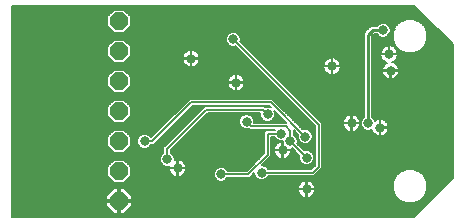
<source format=gbl>
G75*
G70*
%OFA0B0*%
%FSLAX24Y24*%
%IPPOS*%
%LPD*%
%AMOC8*
5,1,8,0,0,1.08239X$1,22.5*
%
%ADD10OC8,0.0594*%
%ADD11C,0.0060*%
%ADD12C,0.0320*%
%ADD13C,0.0100*%
D10*
X004030Y001550D03*
X004030Y002550D03*
X004030Y003550D03*
X004030Y004550D03*
X004030Y005550D03*
X004030Y006550D03*
X004030Y007550D03*
D11*
X000460Y001030D02*
X013855Y001030D01*
X015150Y002325D01*
X015150Y006775D01*
X013855Y008070D01*
X000460Y008070D01*
X000460Y001030D01*
X000460Y001040D02*
X013865Y001040D01*
X013924Y001098D02*
X000460Y001098D01*
X000460Y001157D02*
X003819Y001157D01*
X003853Y001123D02*
X003603Y001373D01*
X003603Y001520D01*
X004000Y001520D01*
X004000Y001580D01*
X004000Y001977D01*
X003853Y001977D01*
X003603Y001727D01*
X003603Y001580D01*
X004000Y001580D01*
X004060Y001580D01*
X004060Y001977D01*
X004207Y001977D01*
X004457Y001727D01*
X004457Y001580D01*
X004060Y001580D01*
X004060Y001520D01*
X004457Y001520D01*
X004457Y001373D01*
X004207Y001123D01*
X004060Y001123D01*
X004060Y001520D01*
X004000Y001520D01*
X004000Y001123D01*
X003853Y001123D01*
X003761Y001215D02*
X000460Y001215D01*
X000460Y001274D02*
X003702Y001274D01*
X003644Y001332D02*
X000460Y001332D01*
X000460Y001391D02*
X003603Y001391D01*
X003603Y001449D02*
X000460Y001449D01*
X000460Y001508D02*
X003603Y001508D01*
X003603Y001625D02*
X000460Y001625D01*
X000460Y001683D02*
X003603Y001683D01*
X003618Y001742D02*
X000460Y001742D01*
X000460Y001800D02*
X003677Y001800D01*
X003735Y001859D02*
X000460Y001859D01*
X000460Y001917D02*
X003794Y001917D01*
X003852Y001976D02*
X000460Y001976D01*
X000460Y002034D02*
X010001Y002034D01*
X010001Y002035D02*
X009990Y001979D01*
X009990Y001960D01*
X010270Y001960D01*
X010270Y002240D01*
X010251Y002240D01*
X010195Y002229D01*
X010143Y002207D01*
X010095Y002175D01*
X010055Y002135D01*
X010023Y002087D01*
X010001Y002035D01*
X009990Y001976D02*
X004208Y001976D01*
X004266Y001917D02*
X009991Y001917D01*
X009990Y001921D02*
X010001Y001865D01*
X010023Y001813D01*
X010055Y001765D01*
X010095Y001725D01*
X010143Y001693D01*
X010195Y001671D01*
X010251Y001660D01*
X010270Y001660D01*
X010270Y001940D01*
X010290Y001940D01*
X010290Y001960D01*
X010570Y001960D01*
X010570Y001979D01*
X010559Y002035D01*
X010537Y002087D01*
X010505Y002135D01*
X010465Y002175D01*
X010417Y002207D01*
X010365Y002229D01*
X010309Y002240D01*
X010290Y002240D01*
X010290Y001960D01*
X010270Y001960D01*
X010270Y001940D01*
X009990Y001940D01*
X009990Y001921D01*
X010004Y001859D02*
X004325Y001859D01*
X004383Y001800D02*
X010031Y001800D01*
X010078Y001742D02*
X004442Y001742D01*
X004457Y001683D02*
X010166Y001683D01*
X010270Y001683D02*
X010290Y001683D01*
X010290Y001660D02*
X010309Y001660D01*
X010365Y001671D01*
X010417Y001693D01*
X010465Y001725D01*
X010505Y001765D01*
X010537Y001813D01*
X010559Y001865D01*
X010570Y001921D01*
X010570Y001940D01*
X010290Y001940D01*
X010290Y001660D01*
X010290Y001742D02*
X010270Y001742D01*
X010270Y001800D02*
X010290Y001800D01*
X010290Y001859D02*
X010270Y001859D01*
X010270Y001917D02*
X010290Y001917D01*
X010290Y001976D02*
X010270Y001976D01*
X010270Y002034D02*
X010290Y002034D01*
X010290Y002093D02*
X010270Y002093D01*
X010270Y002151D02*
X010290Y002151D01*
X010290Y002210D02*
X010270Y002210D01*
X010150Y002210D02*
X007504Y002210D01*
X007480Y002200D02*
X007572Y002238D01*
X007642Y002308D01*
X007651Y002330D01*
X008380Y002330D01*
X008450Y002400D01*
X008530Y002480D01*
X008530Y002450D01*
X008568Y002358D01*
X008638Y002288D01*
X008730Y002250D01*
X008830Y002250D01*
X008922Y002288D01*
X008992Y002358D01*
X009001Y002380D01*
X010530Y002380D01*
X010600Y002450D01*
X010800Y002650D01*
X010800Y004150D01*
X010730Y004220D01*
X008071Y006879D01*
X008080Y006900D01*
X008080Y007000D01*
X008042Y007092D01*
X007972Y007162D01*
X007880Y007200D01*
X007780Y007200D01*
X007688Y007162D01*
X007618Y007092D01*
X007580Y007000D01*
X007580Y006900D01*
X007618Y006808D01*
X007688Y006738D01*
X007780Y006700D01*
X007880Y006700D01*
X007901Y006709D01*
X010560Y004050D01*
X010560Y002750D01*
X010430Y002620D01*
X009001Y002620D01*
X008992Y002642D01*
X008922Y002712D01*
X008830Y002750D01*
X008800Y002750D01*
X009100Y003050D01*
X009100Y003680D01*
X009209Y003680D01*
X009218Y003658D01*
X009288Y003588D01*
X009380Y003550D01*
X009480Y003550D01*
X009480Y003500D01*
X009490Y003476D01*
X009490Y003260D01*
X009770Y003260D01*
X009770Y003279D01*
X009766Y003300D01*
X009780Y003300D01*
X009801Y003309D01*
X010039Y003071D01*
X010030Y003050D01*
X010030Y002950D01*
X010068Y002858D01*
X010138Y002788D01*
X010230Y002750D01*
X010330Y002750D01*
X010422Y002788D01*
X010492Y002858D01*
X010530Y002950D01*
X010530Y003050D01*
X010492Y003142D01*
X010422Y003212D01*
X010330Y003250D01*
X010230Y003250D01*
X010209Y003241D01*
X009971Y003479D01*
X009980Y003500D01*
X009980Y003600D01*
X009942Y003692D01*
X009872Y003762D01*
X009850Y003771D01*
X009850Y003910D01*
X009989Y003771D01*
X009980Y003750D01*
X009980Y003650D01*
X010018Y003558D01*
X010088Y003488D01*
X010180Y003450D01*
X010280Y003450D01*
X010372Y003488D01*
X010442Y003558D01*
X010480Y003650D01*
X010480Y003750D01*
X010442Y003842D01*
X010372Y003912D01*
X010280Y003950D01*
X010180Y003950D01*
X010159Y003941D01*
X009130Y004970D01*
X006380Y004970D01*
X005095Y003685D01*
X005092Y003692D01*
X005022Y003762D01*
X004930Y003800D01*
X004830Y003800D01*
X004738Y003762D01*
X004668Y003692D01*
X004630Y003600D01*
X004630Y003500D01*
X004668Y003408D01*
X004738Y003338D01*
X004830Y003300D01*
X004930Y003300D01*
X005022Y003338D01*
X005092Y003408D01*
X005101Y003430D01*
X005180Y003430D01*
X005250Y003500D01*
X006480Y004730D01*
X009030Y004730D01*
X009082Y004678D01*
X009030Y004700D01*
X008930Y004700D01*
X008909Y004691D01*
X008880Y004720D01*
X006880Y004720D01*
X005580Y003420D01*
X005510Y003350D01*
X005510Y003171D01*
X005488Y003162D01*
X005418Y003092D01*
X005380Y003000D01*
X005380Y002900D01*
X005418Y002808D01*
X005488Y002738D01*
X005580Y002700D01*
X005680Y002700D01*
X005696Y002707D01*
X005690Y002679D01*
X005690Y002660D01*
X005970Y002660D01*
X005970Y002940D01*
X005951Y002940D01*
X005895Y002929D01*
X005880Y002922D01*
X005880Y003000D01*
X005842Y003092D01*
X005772Y003162D01*
X005750Y003171D01*
X005750Y003250D01*
X006980Y004480D01*
X008730Y004480D01*
X008730Y004400D01*
X008768Y004308D01*
X008838Y004238D01*
X008930Y004200D01*
X009030Y004200D01*
X009122Y004238D01*
X009192Y004308D01*
X009230Y004400D01*
X009230Y004500D01*
X009208Y004552D01*
X009590Y004170D01*
X008530Y004170D01*
X008530Y004250D01*
X008492Y004342D01*
X008422Y004412D01*
X008330Y004450D01*
X008230Y004450D01*
X008138Y004412D01*
X008068Y004342D01*
X008030Y004250D01*
X008030Y004150D01*
X008068Y004058D01*
X008138Y003988D01*
X008230Y003950D01*
X008330Y003950D01*
X008351Y003959D01*
X008380Y003930D01*
X009213Y003930D01*
X009209Y003920D01*
X008930Y003920D01*
X008860Y003850D01*
X008860Y003150D01*
X008280Y002570D01*
X007651Y002570D01*
X007642Y002592D01*
X007572Y002662D01*
X007480Y002700D01*
X007380Y002700D01*
X007288Y002662D01*
X007218Y002592D01*
X007180Y002500D01*
X007180Y002400D01*
X007218Y002308D01*
X007288Y002238D01*
X007380Y002200D01*
X007480Y002200D01*
X007356Y002210D02*
X004237Y002210D01*
X004190Y002163D02*
X004417Y002390D01*
X004417Y002710D01*
X004190Y002937D01*
X003870Y002937D01*
X003643Y002710D01*
X003643Y002390D01*
X003870Y002163D01*
X004190Y002163D01*
X004296Y002268D02*
X007258Y002268D01*
X007210Y002327D02*
X004354Y002327D01*
X004413Y002385D02*
X005861Y002385D01*
X005843Y002393D02*
X005895Y002371D01*
X005951Y002360D01*
X005970Y002360D01*
X005970Y002640D01*
X005990Y002640D01*
X005990Y002660D01*
X005970Y002660D01*
X005970Y002640D01*
X005690Y002640D01*
X005690Y002621D01*
X005701Y002565D01*
X005723Y002513D01*
X005755Y002465D01*
X005795Y002425D01*
X005843Y002393D01*
X005776Y002444D02*
X004417Y002444D01*
X004417Y002502D02*
X005730Y002502D01*
X005703Y002561D02*
X004417Y002561D01*
X004417Y002619D02*
X005690Y002619D01*
X005690Y002678D02*
X004417Y002678D01*
X004391Y002736D02*
X005492Y002736D01*
X005431Y002795D02*
X004332Y002795D01*
X004274Y002853D02*
X005399Y002853D01*
X005380Y002912D02*
X004215Y002912D01*
X003845Y002912D02*
X000460Y002912D01*
X000460Y002970D02*
X005380Y002970D01*
X005392Y003029D02*
X000460Y003029D01*
X000460Y003087D02*
X005416Y003087D01*
X005472Y003146D02*
X000460Y003146D01*
X000460Y003204D02*
X003828Y003204D01*
X003870Y003163D02*
X004190Y003163D01*
X004417Y003390D01*
X004417Y003710D01*
X004190Y003937D01*
X003870Y003937D01*
X003643Y003710D01*
X003643Y003390D01*
X003870Y003163D01*
X003770Y003263D02*
X000460Y003263D01*
X000460Y003321D02*
X003711Y003321D01*
X003653Y003380D02*
X000460Y003380D01*
X000460Y003438D02*
X003643Y003438D01*
X003643Y003497D02*
X000460Y003497D01*
X000460Y003555D02*
X003643Y003555D01*
X003643Y003614D02*
X000460Y003614D01*
X000460Y003672D02*
X003643Y003672D01*
X003664Y003731D02*
X000460Y003731D01*
X000460Y003789D02*
X003722Y003789D01*
X003781Y003848D02*
X000460Y003848D01*
X000460Y003906D02*
X003839Y003906D01*
X003870Y004163D02*
X004190Y004163D01*
X004417Y004390D01*
X004417Y004710D01*
X004190Y004937D01*
X003870Y004937D01*
X003643Y004710D01*
X003643Y004390D01*
X003870Y004163D01*
X003834Y004199D02*
X000460Y004199D01*
X000460Y004257D02*
X003775Y004257D01*
X003717Y004316D02*
X000460Y004316D01*
X000460Y004374D02*
X003658Y004374D01*
X003643Y004433D02*
X000460Y004433D01*
X000460Y004491D02*
X003643Y004491D01*
X003643Y004550D02*
X000460Y004550D01*
X000460Y004609D02*
X003643Y004609D01*
X003643Y004667D02*
X000460Y004667D01*
X000460Y004726D02*
X003658Y004726D01*
X003717Y004784D02*
X000460Y004784D01*
X000460Y004843D02*
X003775Y004843D01*
X003834Y004901D02*
X000460Y004901D01*
X000460Y004960D02*
X006370Y004960D01*
X006311Y004901D02*
X004226Y004901D01*
X004285Y004843D02*
X006253Y004843D01*
X006194Y004784D02*
X004343Y004784D01*
X004402Y004726D02*
X006136Y004726D01*
X006077Y004667D02*
X004417Y004667D01*
X004417Y004609D02*
X006019Y004609D01*
X005960Y004550D02*
X004417Y004550D01*
X004417Y004491D02*
X005902Y004491D01*
X005843Y004433D02*
X004417Y004433D01*
X004402Y004374D02*
X005785Y004374D01*
X005726Y004316D02*
X004343Y004316D01*
X004285Y004257D02*
X005668Y004257D01*
X005609Y004199D02*
X004226Y004199D01*
X004221Y003906D02*
X005317Y003906D01*
X005258Y003848D02*
X004279Y003848D01*
X004338Y003789D02*
X004805Y003789D01*
X004707Y003731D02*
X004396Y003731D01*
X004417Y003672D02*
X004660Y003672D01*
X004636Y003614D02*
X004417Y003614D01*
X004417Y003555D02*
X004630Y003555D01*
X004631Y003497D02*
X004417Y003497D01*
X004417Y003438D02*
X004656Y003438D01*
X004696Y003380D02*
X004407Y003380D01*
X004349Y003321D02*
X004778Y003321D01*
X004982Y003321D02*
X005510Y003321D01*
X005510Y003263D02*
X004290Y003263D01*
X004232Y003204D02*
X005510Y003204D01*
X005630Y003300D02*
X005630Y002950D01*
X005868Y003029D02*
X008739Y003029D01*
X008681Y002970D02*
X005880Y002970D01*
X005970Y002912D02*
X005990Y002912D01*
X005990Y002940D02*
X005990Y002660D01*
X006270Y002660D01*
X006270Y002679D01*
X006259Y002735D01*
X006237Y002787D01*
X006205Y002835D01*
X006165Y002875D01*
X006117Y002907D01*
X006065Y002929D01*
X006009Y002940D01*
X005990Y002940D01*
X005990Y002853D02*
X005970Y002853D01*
X005970Y002795D02*
X005990Y002795D01*
X005990Y002736D02*
X005970Y002736D01*
X005970Y002678D02*
X005990Y002678D01*
X005990Y002640D02*
X006270Y002640D01*
X006270Y002621D01*
X006259Y002565D01*
X006237Y002513D01*
X006205Y002465D01*
X006165Y002425D01*
X006117Y002393D01*
X006065Y002371D01*
X006009Y002360D01*
X005990Y002360D01*
X005990Y002640D01*
X005990Y002619D02*
X005970Y002619D01*
X005970Y002561D02*
X005990Y002561D01*
X005990Y002502D02*
X005970Y002502D01*
X005970Y002444D02*
X005990Y002444D01*
X005990Y002385D02*
X005970Y002385D01*
X006099Y002385D02*
X007186Y002385D01*
X007180Y002444D02*
X006184Y002444D01*
X006230Y002502D02*
X007181Y002502D01*
X007205Y002561D02*
X006257Y002561D01*
X006270Y002619D02*
X007246Y002619D01*
X007327Y002678D02*
X006270Y002678D01*
X006258Y002736D02*
X008447Y002736D01*
X008388Y002678D02*
X007533Y002678D01*
X007614Y002619D02*
X008330Y002619D01*
X008505Y002795D02*
X006232Y002795D01*
X006187Y002853D02*
X008564Y002853D01*
X008622Y002912D02*
X006105Y002912D01*
X005844Y003087D02*
X008798Y003087D01*
X008856Y003146D02*
X005788Y003146D01*
X005750Y003204D02*
X008860Y003204D01*
X008860Y003263D02*
X005763Y003263D01*
X005821Y003321D02*
X008860Y003321D01*
X008860Y003380D02*
X005880Y003380D01*
X005938Y003438D02*
X008860Y003438D01*
X008860Y003497D02*
X005997Y003497D01*
X006055Y003555D02*
X008860Y003555D01*
X008860Y003614D02*
X006114Y003614D01*
X006172Y003672D02*
X008860Y003672D01*
X008860Y003731D02*
X006231Y003731D01*
X006289Y003789D02*
X008860Y003789D01*
X008860Y003848D02*
X006348Y003848D01*
X006406Y003906D02*
X008917Y003906D01*
X008980Y003800D02*
X008980Y003100D01*
X008330Y002450D01*
X007430Y002450D01*
X007602Y002268D02*
X008686Y002268D01*
X008599Y002327D02*
X007650Y002327D01*
X008435Y002385D02*
X008557Y002385D01*
X008533Y002444D02*
X008494Y002444D01*
X008780Y002500D02*
X010480Y002500D01*
X010680Y002700D01*
X010680Y004100D01*
X007830Y006950D01*
X008080Y006949D02*
X012190Y006949D01*
X012190Y007007D02*
X008077Y007007D01*
X008053Y007066D02*
X012190Y007066D01*
X012190Y007124D02*
X008010Y007124D01*
X007922Y007183D02*
X012215Y007183D01*
X012190Y007158D02*
X012190Y004363D01*
X012188Y004362D01*
X012118Y004292D01*
X012080Y004200D01*
X012080Y004100D01*
X012118Y004008D01*
X012188Y003938D01*
X012280Y003900D01*
X012380Y003900D01*
X012449Y003929D01*
X012451Y003915D01*
X012473Y003863D01*
X012505Y003815D01*
X012545Y003775D01*
X012593Y003743D01*
X012645Y003721D01*
X012701Y003710D01*
X012720Y003710D01*
X012720Y003990D01*
X012740Y003990D01*
X012740Y004010D01*
X013020Y004010D01*
X013020Y004029D01*
X013009Y004085D01*
X012987Y004137D01*
X012955Y004185D01*
X012915Y004225D01*
X012867Y004257D01*
X012815Y004279D01*
X012759Y004290D01*
X012740Y004290D01*
X012740Y004010D01*
X012720Y004010D01*
X012720Y004290D01*
X012701Y004290D01*
X012645Y004279D01*
X012593Y004257D01*
X012564Y004238D01*
X012542Y004292D01*
X012472Y004362D01*
X012470Y004363D01*
X012470Y007042D01*
X012538Y007110D01*
X012617Y007110D01*
X012618Y007108D01*
X012688Y007038D01*
X012780Y007000D01*
X012880Y007000D01*
X012972Y007038D01*
X013042Y007108D01*
X013080Y007200D01*
X013080Y007300D01*
X013042Y007392D01*
X012972Y007462D01*
X012880Y007500D01*
X012780Y007500D01*
X012688Y007462D01*
X012618Y007392D01*
X012617Y007390D01*
X012422Y007390D01*
X012272Y007240D01*
X012190Y007158D01*
X012273Y007241D02*
X004268Y007241D01*
X004210Y007183D02*
X007738Y007183D01*
X007650Y007124D02*
X000460Y007124D01*
X000460Y007066D02*
X007607Y007066D01*
X007583Y007007D02*
X000460Y007007D01*
X000460Y006949D02*
X007580Y006949D01*
X007584Y006890D02*
X004237Y006890D01*
X004190Y006937D02*
X003870Y006937D01*
X003643Y006710D01*
X003643Y006390D01*
X003870Y006163D01*
X004190Y006163D01*
X004417Y006390D01*
X004417Y006710D01*
X004190Y006937D01*
X004296Y006832D02*
X007608Y006832D01*
X007653Y006773D02*
X004354Y006773D01*
X004413Y006715D02*
X007745Y006715D01*
X007954Y006656D02*
X004417Y006656D01*
X004417Y006598D02*
X008013Y006598D01*
X008071Y006539D02*
X006594Y006539D01*
X006615Y006525D02*
X006567Y006557D01*
X006515Y006579D01*
X006459Y006590D01*
X006440Y006590D01*
X006440Y006310D01*
X006720Y006310D01*
X006720Y006329D01*
X006709Y006385D01*
X006687Y006437D01*
X006655Y006485D01*
X006615Y006525D01*
X006658Y006481D02*
X008130Y006481D01*
X008188Y006422D02*
X006693Y006422D01*
X006713Y006364D02*
X008247Y006364D01*
X008305Y006305D02*
X006440Y006305D01*
X006440Y006310D02*
X006440Y006290D01*
X006720Y006290D01*
X006720Y006271D01*
X006709Y006215D01*
X006687Y006163D01*
X006655Y006115D01*
X006615Y006075D01*
X006567Y006043D01*
X006515Y006021D01*
X006459Y006010D01*
X006440Y006010D01*
X006440Y006290D01*
X006420Y006290D01*
X006420Y006010D01*
X006401Y006010D01*
X006345Y006021D01*
X006293Y006043D01*
X006245Y006075D01*
X006205Y006115D01*
X006173Y006163D01*
X006151Y006215D01*
X006140Y006271D01*
X006140Y006290D01*
X006420Y006290D01*
X006420Y006310D01*
X006420Y006590D01*
X006401Y006590D01*
X006345Y006579D01*
X006293Y006557D01*
X006245Y006525D01*
X006205Y006485D01*
X006173Y006437D01*
X006151Y006385D01*
X006140Y006329D01*
X006140Y006310D01*
X006420Y006310D01*
X006440Y006310D01*
X006420Y006305D02*
X004332Y006305D01*
X004274Y006247D02*
X006145Y006247D01*
X006162Y006188D02*
X004215Y006188D01*
X004391Y006364D02*
X006147Y006364D01*
X006167Y006422D02*
X004417Y006422D01*
X004417Y006481D02*
X006202Y006481D01*
X006266Y006539D02*
X004417Y006539D01*
X003845Y006188D02*
X000460Y006188D01*
X000460Y006130D02*
X006195Y006130D01*
X006251Y006071D02*
X000460Y006071D01*
X000460Y006013D02*
X006389Y006013D01*
X006420Y006013D02*
X006440Y006013D01*
X006471Y006013D02*
X008598Y006013D01*
X008539Y006071D02*
X006609Y006071D01*
X006665Y006130D02*
X008481Y006130D01*
X008422Y006188D02*
X006698Y006188D01*
X006715Y006247D02*
X008364Y006247D01*
X008586Y006364D02*
X012190Y006364D01*
X012190Y006422D02*
X008528Y006422D01*
X008469Y006481D02*
X012190Y006481D01*
X012190Y006539D02*
X008411Y006539D01*
X008352Y006598D02*
X012190Y006598D01*
X012190Y006656D02*
X008294Y006656D01*
X008235Y006715D02*
X012190Y006715D01*
X012190Y006773D02*
X008177Y006773D01*
X008118Y006832D02*
X012190Y006832D01*
X012190Y006890D02*
X008076Y006890D01*
X008645Y006305D02*
X010990Y006305D01*
X010993Y006307D02*
X010945Y006275D01*
X010905Y006235D01*
X010873Y006187D01*
X010851Y006135D01*
X010840Y006079D01*
X010840Y006060D01*
X011120Y006060D01*
X011120Y006340D01*
X011101Y006340D01*
X011045Y006329D01*
X010993Y006307D01*
X010916Y006247D02*
X008703Y006247D01*
X008762Y006188D02*
X010873Y006188D01*
X010850Y006130D02*
X008820Y006130D01*
X008879Y006071D02*
X010840Y006071D01*
X010840Y006040D02*
X010840Y006021D01*
X010851Y005965D01*
X010873Y005913D01*
X010905Y005865D01*
X010945Y005825D01*
X010993Y005793D01*
X011045Y005771D01*
X011101Y005760D01*
X011120Y005760D01*
X011120Y006040D01*
X011140Y006040D01*
X011140Y006060D01*
X011420Y006060D01*
X011420Y006079D01*
X011409Y006135D01*
X011387Y006187D01*
X011355Y006235D01*
X011315Y006275D01*
X011267Y006307D01*
X011215Y006329D01*
X011159Y006340D01*
X011140Y006340D01*
X011140Y006060D01*
X011120Y006060D01*
X011120Y006040D01*
X010840Y006040D01*
X010842Y006013D02*
X008937Y006013D01*
X008996Y005954D02*
X010856Y005954D01*
X010884Y005896D02*
X009054Y005896D01*
X009113Y005837D02*
X010933Y005837D01*
X011028Y005779D02*
X009171Y005779D01*
X009230Y005720D02*
X012190Y005720D01*
X012190Y005662D02*
X009288Y005662D01*
X009347Y005603D02*
X012190Y005603D01*
X012190Y005545D02*
X009405Y005545D01*
X009464Y005486D02*
X012190Y005486D01*
X012190Y005428D02*
X009522Y005428D01*
X009581Y005369D02*
X012190Y005369D01*
X012190Y005311D02*
X009639Y005311D01*
X009698Y005252D02*
X012190Y005252D01*
X012190Y005194D02*
X009756Y005194D01*
X009815Y005135D02*
X012190Y005135D01*
X012190Y005077D02*
X009873Y005077D01*
X009932Y005018D02*
X012190Y005018D01*
X012190Y004960D02*
X009990Y004960D01*
X010049Y004901D02*
X012190Y004901D01*
X012190Y004843D02*
X010107Y004843D01*
X010166Y004784D02*
X012190Y004784D01*
X012190Y004726D02*
X010224Y004726D01*
X010283Y004667D02*
X012190Y004667D01*
X012190Y004609D02*
X010341Y004609D01*
X010400Y004550D02*
X012190Y004550D01*
X012190Y004491D02*
X010458Y004491D01*
X010517Y004433D02*
X011716Y004433D01*
X011695Y004429D02*
X011643Y004407D01*
X011595Y004375D01*
X011555Y004335D01*
X011523Y004287D01*
X011501Y004235D01*
X011490Y004179D01*
X011490Y004160D01*
X011770Y004160D01*
X011770Y004440D01*
X011751Y004440D01*
X011695Y004429D01*
X011770Y004433D02*
X011790Y004433D01*
X011790Y004440D02*
X011809Y004440D01*
X011865Y004429D01*
X011917Y004407D01*
X011965Y004375D01*
X012005Y004335D01*
X012037Y004287D01*
X012059Y004235D01*
X012070Y004179D01*
X012070Y004160D01*
X011790Y004160D01*
X011790Y004140D01*
X012070Y004140D01*
X012070Y004121D01*
X012059Y004065D01*
X012037Y004013D01*
X012005Y003965D01*
X012161Y003965D01*
X012112Y004023D02*
X012041Y004023D01*
X012062Y004082D02*
X012088Y004082D01*
X012080Y004140D02*
X011790Y004140D01*
X011790Y003860D01*
X011809Y003860D01*
X011865Y003871D01*
X011917Y003893D01*
X011965Y003925D01*
X012005Y003965D01*
X011938Y003906D02*
X012265Y003906D01*
X012395Y003906D02*
X012455Y003906D01*
X012483Y003848D02*
X010800Y003848D01*
X010800Y003906D02*
X011622Y003906D01*
X011643Y003893D02*
X011595Y003925D01*
X011555Y003965D01*
X010800Y003965D01*
X010800Y004023D02*
X011519Y004023D01*
X011523Y004013D02*
X011555Y003965D01*
X011523Y004013D02*
X011501Y004065D01*
X011490Y004121D01*
X011490Y004140D01*
X011770Y004140D01*
X011790Y004140D01*
X011770Y004140D02*
X011770Y003860D01*
X011751Y003860D01*
X011695Y003871D01*
X011643Y003893D01*
X011770Y003906D02*
X011790Y003906D01*
X011790Y003965D02*
X011770Y003965D01*
X011770Y004023D02*
X011790Y004023D01*
X011790Y004082D02*
X011770Y004082D01*
X011770Y004140D02*
X011770Y004160D01*
X011790Y004160D01*
X011790Y004440D01*
X011844Y004433D02*
X012190Y004433D01*
X012190Y004374D02*
X011966Y004374D01*
X012018Y004316D02*
X012142Y004316D01*
X012104Y004257D02*
X012049Y004257D01*
X012066Y004199D02*
X012080Y004199D01*
X011790Y004199D02*
X011770Y004199D01*
X011770Y004257D02*
X011790Y004257D01*
X011790Y004316D02*
X011770Y004316D01*
X011770Y004374D02*
X011790Y004374D01*
X011594Y004374D02*
X010575Y004374D01*
X010634Y004316D02*
X011542Y004316D01*
X011511Y004257D02*
X010692Y004257D01*
X010751Y004199D02*
X011494Y004199D01*
X011498Y004082D02*
X010800Y004082D01*
X010800Y004140D02*
X011770Y004140D01*
X012470Y004374D02*
X015150Y004374D01*
X015150Y004316D02*
X012518Y004316D01*
X012556Y004257D02*
X012594Y004257D01*
X012720Y004257D02*
X012740Y004257D01*
X012740Y004199D02*
X012720Y004199D01*
X012720Y004140D02*
X012740Y004140D01*
X012740Y004082D02*
X012720Y004082D01*
X012720Y004023D02*
X012740Y004023D01*
X012740Y003990D02*
X013020Y003990D01*
X013020Y003971D01*
X013009Y003915D01*
X012987Y003863D01*
X012955Y003815D01*
X012915Y003775D01*
X012867Y003743D01*
X012815Y003721D01*
X012759Y003710D01*
X012740Y003710D01*
X012740Y003990D01*
X012740Y003965D02*
X012720Y003965D01*
X012720Y003906D02*
X012740Y003906D01*
X012740Y003848D02*
X012720Y003848D01*
X012720Y003789D02*
X012740Y003789D01*
X012740Y003731D02*
X012720Y003731D01*
X012622Y003731D02*
X010800Y003731D01*
X010800Y003789D02*
X012530Y003789D01*
X012838Y003731D02*
X015150Y003731D01*
X015150Y003789D02*
X012930Y003789D01*
X012977Y003848D02*
X015150Y003848D01*
X015150Y003906D02*
X013005Y003906D01*
X013019Y003965D02*
X015150Y003965D01*
X015150Y004023D02*
X013020Y004023D01*
X013009Y004082D02*
X015150Y004082D01*
X015150Y004140D02*
X012985Y004140D01*
X012941Y004199D02*
X015150Y004199D01*
X015150Y004257D02*
X012866Y004257D01*
X012470Y004433D02*
X015150Y004433D01*
X015150Y004491D02*
X012470Y004491D01*
X012470Y004550D02*
X015150Y004550D01*
X015150Y004609D02*
X012470Y004609D01*
X012470Y004667D02*
X015150Y004667D01*
X015150Y004726D02*
X012470Y004726D01*
X012470Y004784D02*
X015150Y004784D01*
X015150Y004843D02*
X012470Y004843D01*
X012470Y004901D02*
X015150Y004901D01*
X015150Y004960D02*
X012470Y004960D01*
X012470Y005018D02*
X015150Y005018D01*
X015150Y005077D02*
X012470Y005077D01*
X012470Y005135D02*
X015150Y005135D01*
X015150Y005194D02*
X012470Y005194D01*
X012470Y005252D02*
X015150Y005252D01*
X015150Y005311D02*
X012470Y005311D01*
X012470Y005369D02*
X015150Y005369D01*
X015150Y005428D02*
X012470Y005428D01*
X012470Y005486D02*
X015150Y005486D01*
X015150Y005545D02*
X012470Y005545D01*
X012470Y005603D02*
X015150Y005603D01*
X015150Y005662D02*
X013245Y005662D01*
X013265Y005675D02*
X013305Y005715D01*
X013337Y005763D01*
X013359Y005815D01*
X013370Y005871D01*
X013370Y005890D01*
X013090Y005890D01*
X013090Y005910D01*
X013370Y005910D01*
X013370Y005929D01*
X013359Y005985D01*
X013337Y006037D01*
X013305Y006085D01*
X013265Y006125D01*
X013217Y006157D01*
X013165Y006179D01*
X013143Y006183D01*
X013167Y006193D01*
X013215Y006225D01*
X013255Y006265D01*
X013287Y006313D01*
X013309Y006365D01*
X013320Y006421D01*
X013320Y006440D01*
X013040Y006440D01*
X013040Y006460D01*
X013020Y006460D01*
X013020Y006740D01*
X013001Y006740D01*
X012945Y006729D01*
X012893Y006707D01*
X012845Y006675D01*
X012805Y006635D01*
X012773Y006587D01*
X012751Y006535D01*
X012740Y006479D01*
X012740Y006460D01*
X013020Y006460D01*
X013020Y006440D01*
X012740Y006440D01*
X012740Y006421D01*
X012751Y006365D01*
X012773Y006313D01*
X012805Y006265D01*
X012845Y006225D01*
X012893Y006193D01*
X012945Y006171D01*
X012967Y006167D01*
X012943Y006157D01*
X012895Y006125D01*
X012855Y006085D01*
X012823Y006037D01*
X012801Y005985D01*
X012790Y005929D01*
X012790Y005910D01*
X013070Y005910D01*
X013070Y005890D01*
X012790Y005890D01*
X012790Y005871D01*
X012801Y005815D01*
X012823Y005763D01*
X012855Y005715D01*
X012895Y005675D01*
X012943Y005643D01*
X012995Y005621D01*
X013051Y005610D01*
X013070Y005610D01*
X013070Y005890D01*
X013090Y005890D01*
X013090Y005610D01*
X013109Y005610D01*
X013165Y005621D01*
X013217Y005643D01*
X013265Y005675D01*
X013309Y005720D02*
X015150Y005720D01*
X015150Y005779D02*
X013344Y005779D01*
X013363Y005837D02*
X015150Y005837D01*
X015150Y005896D02*
X013090Y005896D01*
X013070Y005896D02*
X012470Y005896D01*
X012470Y005954D02*
X012795Y005954D01*
X012813Y006013D02*
X012470Y006013D01*
X012470Y006071D02*
X012845Y006071D01*
X012901Y006130D02*
X012470Y006130D01*
X012470Y006188D02*
X012905Y006188D01*
X012823Y006247D02*
X012470Y006247D01*
X012470Y006305D02*
X012778Y006305D01*
X012752Y006364D02*
X012470Y006364D01*
X012470Y006422D02*
X012740Y006422D01*
X012740Y006481D02*
X012470Y006481D01*
X012470Y006539D02*
X012753Y006539D01*
X012780Y006598D02*
X012470Y006598D01*
X012470Y006656D02*
X012826Y006656D01*
X012911Y006715D02*
X012470Y006715D01*
X012470Y006773D02*
X013224Y006773D01*
X013244Y006725D02*
X013405Y006564D01*
X013616Y006476D01*
X013844Y006476D01*
X014055Y006564D01*
X014216Y006725D01*
X014304Y006936D01*
X014304Y007164D01*
X014216Y007375D01*
X014055Y007536D01*
X013844Y007624D01*
X013616Y007624D01*
X013405Y007536D01*
X013244Y007375D01*
X013156Y007164D01*
X013156Y006936D01*
X013244Y006725D01*
X013254Y006715D02*
X013149Y006715D01*
X013167Y006707D02*
X013115Y006729D01*
X013059Y006740D01*
X013040Y006740D01*
X013040Y006460D01*
X013320Y006460D01*
X013320Y006479D01*
X013309Y006535D01*
X013287Y006587D01*
X013255Y006635D01*
X013215Y006675D01*
X013167Y006707D01*
X013234Y006656D02*
X013313Y006656D01*
X013280Y006598D02*
X013371Y006598D01*
X013307Y006539D02*
X013464Y006539D01*
X013606Y006481D02*
X013320Y006481D01*
X013320Y006422D02*
X015150Y006422D01*
X015150Y006364D02*
X013308Y006364D01*
X013282Y006305D02*
X015150Y006305D01*
X015150Y006247D02*
X013237Y006247D01*
X013155Y006188D02*
X015150Y006188D01*
X015150Y006130D02*
X013259Y006130D01*
X013315Y006071D02*
X015150Y006071D01*
X015150Y006013D02*
X013347Y006013D01*
X013365Y005954D02*
X015150Y005954D01*
X015150Y006481D02*
X013854Y006481D01*
X013996Y006539D02*
X015150Y006539D01*
X015150Y006598D02*
X014089Y006598D01*
X014147Y006656D02*
X015150Y006656D01*
X015150Y006715D02*
X014206Y006715D01*
X014236Y006773D02*
X015150Y006773D01*
X015094Y006832D02*
X014260Y006832D01*
X014285Y006890D02*
X015035Y006890D01*
X014977Y006949D02*
X014304Y006949D01*
X014304Y007007D02*
X014918Y007007D01*
X014860Y007066D02*
X014304Y007066D01*
X014304Y007124D02*
X014801Y007124D01*
X014743Y007183D02*
X014296Y007183D01*
X014272Y007241D02*
X014684Y007241D01*
X014626Y007300D02*
X014248Y007300D01*
X014223Y007358D02*
X014567Y007358D01*
X014509Y007417D02*
X014175Y007417D01*
X014116Y007475D02*
X014450Y007475D01*
X014392Y007534D02*
X014058Y007534D01*
X013921Y007592D02*
X014333Y007592D01*
X014275Y007651D02*
X004417Y007651D01*
X004417Y007709D02*
X014216Y007709D01*
X014158Y007768D02*
X004360Y007768D01*
X004417Y007710D02*
X004190Y007937D01*
X003870Y007937D01*
X003643Y007710D01*
X003643Y007390D01*
X003870Y007163D01*
X004190Y007163D01*
X004417Y007390D01*
X004417Y007710D01*
X004417Y007592D02*
X013539Y007592D01*
X013402Y007534D02*
X004417Y007534D01*
X004417Y007475D02*
X012720Y007475D01*
X012643Y007417D02*
X004417Y007417D01*
X004385Y007358D02*
X012390Y007358D01*
X012332Y007300D02*
X004327Y007300D01*
X003850Y007183D02*
X000460Y007183D01*
X000460Y007241D02*
X003792Y007241D01*
X003733Y007300D02*
X000460Y007300D01*
X000460Y007358D02*
X003675Y007358D01*
X003643Y007417D02*
X000460Y007417D01*
X000460Y007475D02*
X003643Y007475D01*
X003643Y007534D02*
X000460Y007534D01*
X000460Y007592D02*
X003643Y007592D01*
X003643Y007651D02*
X000460Y007651D01*
X000460Y007709D02*
X003643Y007709D01*
X003700Y007768D02*
X000460Y007768D01*
X000460Y007826D02*
X003759Y007826D01*
X003817Y007885D02*
X000460Y007885D01*
X000460Y007943D02*
X013982Y007943D01*
X013924Y008002D02*
X000460Y008002D01*
X000460Y008060D02*
X013865Y008060D01*
X014041Y007885D02*
X004243Y007885D01*
X004301Y007826D02*
X014099Y007826D01*
X013344Y007475D02*
X012940Y007475D01*
X013017Y007417D02*
X013285Y007417D01*
X013237Y007358D02*
X013056Y007358D01*
X013080Y007300D02*
X013212Y007300D01*
X013188Y007241D02*
X013080Y007241D01*
X013073Y007183D02*
X013164Y007183D01*
X013156Y007124D02*
X013048Y007124D01*
X012999Y007066D02*
X013156Y007066D01*
X013156Y007007D02*
X012897Y007007D01*
X012763Y007007D02*
X012470Y007007D01*
X012470Y006949D02*
X013156Y006949D01*
X013175Y006890D02*
X012470Y006890D01*
X012470Y006832D02*
X013200Y006832D01*
X013040Y006715D02*
X013020Y006715D01*
X013020Y006656D02*
X013040Y006656D01*
X013040Y006598D02*
X013020Y006598D01*
X013020Y006539D02*
X013040Y006539D01*
X013040Y006481D02*
X013020Y006481D01*
X012190Y006305D02*
X011270Y006305D01*
X011344Y006247D02*
X012190Y006247D01*
X012190Y006188D02*
X011387Y006188D01*
X011410Y006130D02*
X012190Y006130D01*
X012190Y006071D02*
X011420Y006071D01*
X011420Y006040D02*
X011140Y006040D01*
X011140Y005760D01*
X011159Y005760D01*
X011215Y005771D01*
X011267Y005793D01*
X011315Y005825D01*
X011355Y005865D01*
X011387Y005913D01*
X011409Y005965D01*
X011420Y006021D01*
X011420Y006040D01*
X011418Y006013D02*
X012190Y006013D01*
X012190Y005954D02*
X011404Y005954D01*
X011376Y005896D02*
X012190Y005896D01*
X012190Y005837D02*
X011327Y005837D01*
X011232Y005779D02*
X012190Y005779D01*
X012470Y005779D02*
X012816Y005779D01*
X012797Y005837D02*
X012470Y005837D01*
X012470Y005720D02*
X012851Y005720D01*
X012915Y005662D02*
X012470Y005662D01*
X013070Y005662D02*
X013090Y005662D01*
X013090Y005720D02*
X013070Y005720D01*
X013070Y005779D02*
X013090Y005779D01*
X013090Y005837D02*
X013070Y005837D01*
X011140Y005837D02*
X011120Y005837D01*
X011120Y005779D02*
X011140Y005779D01*
X011140Y005896D02*
X011120Y005896D01*
X011120Y005954D02*
X011140Y005954D01*
X011140Y006013D02*
X011120Y006013D01*
X011120Y006071D02*
X011140Y006071D01*
X011140Y006130D02*
X011120Y006130D01*
X011120Y006188D02*
X011140Y006188D01*
X011140Y006247D02*
X011120Y006247D01*
X011120Y006305D02*
X011140Y006305D01*
X012494Y007066D02*
X012661Y007066D01*
X009534Y005077D02*
X000460Y005077D01*
X000460Y005135D02*
X009475Y005135D01*
X009417Y005194D02*
X004221Y005194D01*
X004190Y005163D02*
X004417Y005390D01*
X004417Y005710D01*
X004190Y005937D01*
X003870Y005937D01*
X003643Y005710D01*
X003643Y005390D01*
X003870Y005163D01*
X004190Y005163D01*
X004279Y005252D02*
X007779Y005252D01*
X007793Y005243D02*
X007845Y005221D01*
X007901Y005210D01*
X007920Y005210D01*
X007920Y005490D01*
X007940Y005490D01*
X007940Y005510D01*
X008220Y005510D01*
X008220Y005529D01*
X008209Y005585D01*
X008187Y005637D01*
X008155Y005685D01*
X008115Y005725D01*
X008067Y005757D01*
X008015Y005779D01*
X007959Y005790D01*
X007940Y005790D01*
X007940Y005510D01*
X007920Y005510D01*
X007920Y005790D01*
X007901Y005790D01*
X007845Y005779D01*
X007793Y005757D01*
X007745Y005725D01*
X007705Y005685D01*
X007673Y005637D01*
X007651Y005585D01*
X007640Y005529D01*
X007640Y005510D01*
X007920Y005510D01*
X007920Y005490D01*
X007640Y005490D01*
X007640Y005471D01*
X007651Y005415D01*
X007673Y005363D01*
X007705Y005315D01*
X007745Y005275D01*
X007793Y005243D01*
X007709Y005311D02*
X004338Y005311D01*
X004396Y005369D02*
X007670Y005369D01*
X007649Y005428D02*
X004417Y005428D01*
X004417Y005486D02*
X007640Y005486D01*
X007643Y005545D02*
X004417Y005545D01*
X004417Y005603D02*
X007659Y005603D01*
X007689Y005662D02*
X004417Y005662D01*
X004407Y005720D02*
X007740Y005720D01*
X007845Y005779D02*
X004349Y005779D01*
X004290Y005837D02*
X008773Y005837D01*
X008715Y005896D02*
X004232Y005896D01*
X003828Y005896D02*
X000460Y005896D01*
X000460Y005954D02*
X008656Y005954D01*
X008832Y005779D02*
X008015Y005779D01*
X007940Y005779D02*
X007920Y005779D01*
X007920Y005720D02*
X007940Y005720D01*
X007940Y005662D02*
X007920Y005662D01*
X007920Y005603D02*
X007940Y005603D01*
X007940Y005545D02*
X007920Y005545D01*
X007940Y005490D02*
X008220Y005490D01*
X008220Y005471D01*
X008209Y005415D01*
X008187Y005363D01*
X008155Y005315D01*
X008115Y005275D01*
X008067Y005243D01*
X008015Y005221D01*
X007959Y005210D01*
X007940Y005210D01*
X007940Y005490D01*
X007940Y005486D02*
X007920Y005486D01*
X007920Y005428D02*
X007940Y005428D01*
X007940Y005369D02*
X007920Y005369D01*
X007920Y005311D02*
X007940Y005311D01*
X007940Y005252D02*
X007920Y005252D01*
X008081Y005252D02*
X009358Y005252D01*
X009300Y005311D02*
X008151Y005311D01*
X008190Y005369D02*
X009241Y005369D01*
X009183Y005428D02*
X008211Y005428D01*
X008220Y005486D02*
X009124Y005486D01*
X009066Y005545D02*
X008217Y005545D01*
X008201Y005603D02*
X009007Y005603D01*
X008949Y005662D02*
X008171Y005662D01*
X008120Y005720D02*
X008890Y005720D01*
X009140Y004960D02*
X009651Y004960D01*
X009592Y005018D02*
X000460Y005018D01*
X000460Y005194D02*
X003839Y005194D01*
X003781Y005252D02*
X000460Y005252D01*
X000460Y005311D02*
X003722Y005311D01*
X003664Y005369D02*
X000460Y005369D01*
X000460Y005428D02*
X003643Y005428D01*
X003643Y005486D02*
X000460Y005486D01*
X000460Y005545D02*
X003643Y005545D01*
X003643Y005603D02*
X000460Y005603D01*
X000460Y005662D02*
X003643Y005662D01*
X003653Y005720D02*
X000460Y005720D01*
X000460Y005779D02*
X003711Y005779D01*
X003770Y005837D02*
X000460Y005837D01*
X000460Y006247D02*
X003786Y006247D01*
X003728Y006305D02*
X000460Y006305D01*
X000460Y006364D02*
X003669Y006364D01*
X003643Y006422D02*
X000460Y006422D01*
X000460Y006481D02*
X003643Y006481D01*
X003643Y006539D02*
X000460Y006539D01*
X000460Y006598D02*
X003643Y006598D01*
X003643Y006656D02*
X000460Y006656D01*
X000460Y006715D02*
X003647Y006715D01*
X003706Y006773D02*
X000460Y006773D01*
X000460Y006832D02*
X003764Y006832D01*
X003823Y006890D02*
X000460Y006890D01*
X000460Y004140D02*
X005551Y004140D01*
X005492Y004082D02*
X000460Y004082D01*
X000460Y004023D02*
X005434Y004023D01*
X005375Y003965D02*
X000460Y003965D01*
X000460Y002853D02*
X003786Y002853D01*
X003728Y002795D02*
X000460Y002795D01*
X000460Y002736D02*
X003669Y002736D01*
X003643Y002678D02*
X000460Y002678D01*
X000460Y002619D02*
X003643Y002619D01*
X003643Y002561D02*
X000460Y002561D01*
X000460Y002502D02*
X003643Y002502D01*
X003643Y002444D02*
X000460Y002444D01*
X000460Y002385D02*
X003647Y002385D01*
X003706Y002327D02*
X000460Y002327D01*
X000460Y002268D02*
X003764Y002268D01*
X003823Y002210D02*
X000460Y002210D01*
X000460Y002151D02*
X010071Y002151D01*
X010027Y002093D02*
X000460Y002093D01*
X000460Y001566D02*
X004000Y001566D01*
X004000Y001508D02*
X004060Y001508D01*
X004060Y001566D02*
X013402Y001566D01*
X013405Y001564D02*
X013616Y001476D01*
X013844Y001476D01*
X014055Y001564D01*
X014216Y001725D01*
X014304Y001936D01*
X014304Y002164D01*
X014216Y002375D01*
X014055Y002536D01*
X013844Y002624D01*
X013616Y002624D01*
X013405Y002536D01*
X013244Y002375D01*
X013156Y002164D01*
X013156Y001936D01*
X013244Y001725D01*
X013405Y001564D01*
X013344Y001625D02*
X004457Y001625D01*
X004457Y001508D02*
X013539Y001508D01*
X013285Y001683D02*
X010394Y001683D01*
X010482Y001742D02*
X013237Y001742D01*
X013212Y001800D02*
X010529Y001800D01*
X010556Y001859D02*
X013188Y001859D01*
X013164Y001917D02*
X010569Y001917D01*
X010570Y001976D02*
X013156Y001976D01*
X013156Y002034D02*
X010559Y002034D01*
X010533Y002093D02*
X013156Y002093D01*
X013156Y002151D02*
X010489Y002151D01*
X010410Y002210D02*
X013175Y002210D01*
X013200Y002268D02*
X008874Y002268D01*
X008961Y002327D02*
X013224Y002327D01*
X013254Y002385D02*
X010535Y002385D01*
X010594Y002444D02*
X013313Y002444D01*
X013371Y002502D02*
X010652Y002502D01*
X010711Y002561D02*
X013464Y002561D01*
X013606Y002619D02*
X010769Y002619D01*
X010800Y002678D02*
X015150Y002678D01*
X015150Y002736D02*
X010800Y002736D01*
X010800Y002795D02*
X015150Y002795D01*
X015150Y002853D02*
X010800Y002853D01*
X010800Y002912D02*
X015150Y002912D01*
X015150Y002970D02*
X010800Y002970D01*
X010800Y003029D02*
X015150Y003029D01*
X015150Y003087D02*
X010800Y003087D01*
X010800Y003146D02*
X015150Y003146D01*
X015150Y003204D02*
X010800Y003204D01*
X010800Y003263D02*
X015150Y003263D01*
X015150Y003321D02*
X010800Y003321D01*
X010800Y003380D02*
X015150Y003380D01*
X015150Y003438D02*
X010800Y003438D01*
X010800Y003497D02*
X015150Y003497D01*
X015150Y003555D02*
X010800Y003555D01*
X010800Y003614D02*
X015150Y003614D01*
X015150Y003672D02*
X010800Y003672D01*
X010560Y003672D02*
X010480Y003672D01*
X010480Y003731D02*
X010560Y003731D01*
X010560Y003789D02*
X010464Y003789D01*
X010436Y003848D02*
X010560Y003848D01*
X010560Y003906D02*
X010377Y003906D01*
X010560Y003965D02*
X010135Y003965D01*
X010076Y004023D02*
X010560Y004023D01*
X010528Y004082D02*
X010018Y004082D01*
X009959Y004140D02*
X010470Y004140D01*
X010411Y004199D02*
X009901Y004199D01*
X009842Y004257D02*
X010353Y004257D01*
X010294Y004316D02*
X009784Y004316D01*
X009725Y004374D02*
X010236Y004374D01*
X010177Y004433D02*
X009667Y004433D01*
X009608Y004491D02*
X010119Y004491D01*
X010060Y004550D02*
X009550Y004550D01*
X009491Y004609D02*
X010002Y004609D01*
X009943Y004667D02*
X009433Y004667D01*
X009374Y004726D02*
X009885Y004726D01*
X009826Y004784D02*
X009316Y004784D01*
X009257Y004843D02*
X009768Y004843D01*
X009709Y004901D02*
X009199Y004901D01*
X009080Y004850D02*
X010230Y003700D01*
X009995Y003614D02*
X009974Y003614D01*
X009980Y003672D02*
X009950Y003672D01*
X009980Y003731D02*
X009903Y003731D01*
X009850Y003789D02*
X009971Y003789D01*
X009912Y003848D02*
X009850Y003848D01*
X009850Y003906D02*
X009854Y003906D01*
X009730Y003900D02*
X009730Y003550D01*
X010280Y003000D01*
X010046Y002912D02*
X008962Y002912D01*
X009020Y002970D02*
X009399Y002970D01*
X009395Y002971D02*
X009451Y002960D01*
X009470Y002960D01*
X009470Y003240D01*
X009490Y003240D01*
X009490Y003260D01*
X009470Y003260D01*
X009470Y003540D01*
X009451Y003540D01*
X009395Y003529D01*
X009343Y003507D01*
X009295Y003475D01*
X009255Y003435D01*
X009223Y003387D01*
X009201Y003335D01*
X009190Y003279D01*
X009190Y003260D01*
X009470Y003260D01*
X009470Y003240D01*
X009190Y003240D01*
X009190Y003221D01*
X009201Y003165D01*
X009223Y003113D01*
X009255Y003065D01*
X009295Y003025D01*
X009343Y002993D01*
X009395Y002971D01*
X009470Y002970D02*
X009490Y002970D01*
X009490Y002960D02*
X009509Y002960D01*
X009565Y002971D01*
X009617Y002993D01*
X009665Y003025D01*
X009705Y003065D01*
X009737Y003113D01*
X009759Y003165D01*
X009770Y003221D01*
X009770Y003240D01*
X009490Y003240D01*
X009490Y002960D01*
X009490Y003029D02*
X009470Y003029D01*
X009470Y003087D02*
X009490Y003087D01*
X009490Y003146D02*
X009470Y003146D01*
X009470Y003204D02*
X009490Y003204D01*
X009490Y003263D02*
X009470Y003263D01*
X009470Y003321D02*
X009490Y003321D01*
X009490Y003380D02*
X009470Y003380D01*
X009470Y003438D02*
X009490Y003438D01*
X009481Y003497D02*
X009470Y003497D01*
X009480Y003550D02*
X009480Y003550D01*
X009367Y003555D02*
X009100Y003555D01*
X009100Y003497D02*
X009328Y003497D01*
X009258Y003438D02*
X009100Y003438D01*
X009100Y003380D02*
X009220Y003380D01*
X009199Y003321D02*
X009100Y003321D01*
X009100Y003263D02*
X009190Y003263D01*
X009193Y003204D02*
X009100Y003204D01*
X009100Y003146D02*
X009209Y003146D01*
X009240Y003087D02*
X009100Y003087D01*
X009079Y003029D02*
X009291Y003029D01*
X009561Y002970D02*
X010030Y002970D01*
X010030Y003029D02*
X009669Y003029D01*
X009720Y003087D02*
X010023Y003087D01*
X009964Y003146D02*
X009751Y003146D01*
X009767Y003204D02*
X009906Y003204D01*
X009847Y003263D02*
X009770Y003263D01*
X010011Y003438D02*
X010560Y003438D01*
X010560Y003380D02*
X010070Y003380D01*
X010128Y003321D02*
X010560Y003321D01*
X010560Y003263D02*
X010187Y003263D01*
X010429Y003204D02*
X010560Y003204D01*
X010560Y003146D02*
X010488Y003146D01*
X010514Y003087D02*
X010560Y003087D01*
X010560Y003029D02*
X010530Y003029D01*
X010530Y002970D02*
X010560Y002970D01*
X010560Y002912D02*
X010514Y002912D01*
X010487Y002853D02*
X010560Y002853D01*
X010560Y002795D02*
X010429Y002795D01*
X010488Y002678D02*
X008956Y002678D01*
X008862Y002736D02*
X010547Y002736D01*
X010131Y002795D02*
X008845Y002795D01*
X008903Y002853D02*
X010073Y002853D01*
X010079Y003497D02*
X009979Y003497D01*
X009980Y003555D02*
X010021Y003555D01*
X010381Y003497D02*
X010560Y003497D01*
X010560Y003555D02*
X010439Y003555D01*
X010465Y003614D02*
X010560Y003614D01*
X009730Y003900D02*
X009580Y004050D01*
X008430Y004050D01*
X008280Y004200D01*
X008030Y004199D02*
X006699Y004199D01*
X006757Y004257D02*
X008033Y004257D01*
X008057Y004316D02*
X006816Y004316D01*
X006874Y004374D02*
X008101Y004374D01*
X008189Y004433D02*
X006933Y004433D01*
X006930Y004600D02*
X005630Y003300D01*
X005540Y003380D02*
X005064Y003380D01*
X005188Y003438D02*
X005599Y003438D01*
X005657Y003497D02*
X005247Y003497D01*
X005305Y003555D02*
X005716Y003555D01*
X005774Y003614D02*
X005364Y003614D01*
X005422Y003672D02*
X005833Y003672D01*
X005891Y003731D02*
X005481Y003731D01*
X005539Y003789D02*
X005950Y003789D01*
X006008Y003848D02*
X005598Y003848D01*
X005656Y003906D02*
X006067Y003906D01*
X006125Y003965D02*
X005715Y003965D01*
X005773Y004023D02*
X006184Y004023D01*
X006242Y004082D02*
X005832Y004082D01*
X005890Y004140D02*
X006301Y004140D01*
X006359Y004199D02*
X005949Y004199D01*
X006007Y004257D02*
X006418Y004257D01*
X006476Y004316D02*
X006066Y004316D01*
X006124Y004374D02*
X006535Y004374D01*
X006593Y004433D02*
X006183Y004433D01*
X006241Y004491D02*
X006652Y004491D01*
X006710Y004550D02*
X006300Y004550D01*
X006358Y004609D02*
X006769Y004609D01*
X006827Y004667D02*
X006417Y004667D01*
X006475Y004726D02*
X009035Y004726D01*
X009080Y004850D02*
X006430Y004850D01*
X005130Y003550D01*
X004880Y003550D01*
X005053Y003731D02*
X005141Y003731D01*
X005200Y003789D02*
X004955Y003789D01*
X006465Y003965D02*
X008194Y003965D01*
X008103Y004023D02*
X006523Y004023D01*
X006582Y004082D02*
X008058Y004082D01*
X008034Y004140D02*
X006640Y004140D01*
X006930Y004600D02*
X008830Y004600D01*
X008980Y004450D01*
X009209Y004550D02*
X009210Y004550D01*
X009230Y004491D02*
X009269Y004491D01*
X009230Y004433D02*
X009327Y004433D01*
X009386Y004374D02*
X009219Y004374D01*
X009195Y004316D02*
X009444Y004316D01*
X009503Y004257D02*
X009141Y004257D01*
X008819Y004257D02*
X008527Y004257D01*
X008530Y004199D02*
X009561Y004199D01*
X009430Y003800D02*
X008980Y003800D01*
X009100Y003672D02*
X009212Y003672D01*
X009262Y003614D02*
X009100Y003614D01*
X008765Y004316D02*
X008503Y004316D01*
X008459Y004374D02*
X008741Y004374D01*
X008730Y004433D02*
X008371Y004433D01*
X006440Y006071D02*
X006420Y006071D01*
X006420Y006130D02*
X006440Y006130D01*
X006440Y006188D02*
X006420Y006188D01*
X006420Y006247D02*
X006440Y006247D01*
X006440Y006364D02*
X006420Y006364D01*
X006420Y006422D02*
X006440Y006422D01*
X006440Y006481D02*
X006420Y006481D01*
X006420Y006539D02*
X006440Y006539D01*
X004060Y001976D02*
X004000Y001976D01*
X004000Y001917D02*
X004060Y001917D01*
X004060Y001859D02*
X004000Y001859D01*
X004000Y001800D02*
X004060Y001800D01*
X004060Y001742D02*
X004000Y001742D01*
X004000Y001683D02*
X004060Y001683D01*
X004060Y001625D02*
X004000Y001625D01*
X004000Y001449D02*
X004060Y001449D01*
X004060Y001391D02*
X004000Y001391D01*
X004000Y001332D02*
X004060Y001332D01*
X004060Y001274D02*
X004000Y001274D01*
X004000Y001215D02*
X004060Y001215D01*
X004060Y001157D02*
X004000Y001157D01*
X004241Y001157D02*
X013982Y001157D01*
X014041Y001215D02*
X004299Y001215D01*
X004358Y001274D02*
X014099Y001274D01*
X014158Y001332D02*
X004416Y001332D01*
X004457Y001391D02*
X014216Y001391D01*
X014275Y001449D02*
X004457Y001449D01*
X013921Y001508D02*
X014333Y001508D01*
X014392Y001566D02*
X014058Y001566D01*
X014116Y001625D02*
X014450Y001625D01*
X014509Y001683D02*
X014175Y001683D01*
X014223Y001742D02*
X014567Y001742D01*
X014626Y001800D02*
X014248Y001800D01*
X014272Y001859D02*
X014684Y001859D01*
X014743Y001917D02*
X014296Y001917D01*
X014304Y001976D02*
X014801Y001976D01*
X014860Y002034D02*
X014304Y002034D01*
X014304Y002093D02*
X014918Y002093D01*
X014977Y002151D02*
X014304Y002151D01*
X014285Y002210D02*
X015035Y002210D01*
X015094Y002268D02*
X014260Y002268D01*
X014236Y002327D02*
X015150Y002327D01*
X015150Y002385D02*
X014206Y002385D01*
X014147Y002444D02*
X015150Y002444D01*
X015150Y002502D02*
X014089Y002502D01*
X013996Y002561D02*
X015150Y002561D01*
X015150Y002619D02*
X013854Y002619D01*
D12*
X012730Y004000D03*
X012330Y004150D03*
X011780Y004150D03*
X010230Y003700D03*
X009730Y003550D03*
X009480Y003250D03*
X010280Y003000D03*
X009430Y003800D03*
X008980Y004450D03*
X008280Y004200D03*
X007930Y005500D03*
X006430Y006300D03*
X007830Y006950D03*
X011130Y006050D03*
X013030Y006450D03*
X013080Y005900D03*
X012830Y007250D03*
X005980Y002650D03*
X005630Y002950D03*
X004880Y003550D03*
X007430Y002450D03*
X008780Y002500D03*
X010280Y001950D03*
D13*
X012330Y004150D02*
X012330Y007100D01*
X012480Y007250D01*
X012830Y007250D01*
M02*

</source>
